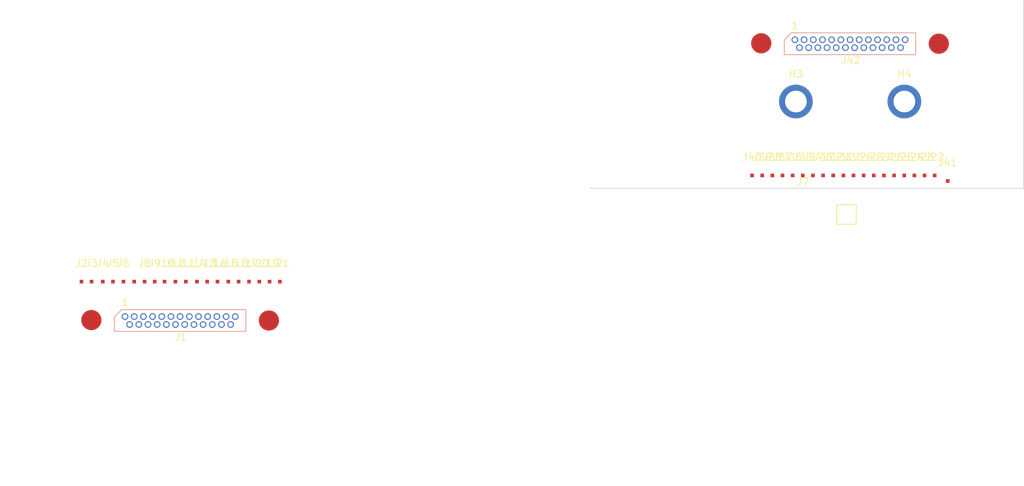
<source format=kicad_pcb>
(kicad_pcb (version 20221018) (generator pcbnew)
  (layers (0 "F.Cu" signal) (1 "In1.Cu" signal) (2 "In2.Cu" signal) (31 "B.Cu" signal) (34 "B.Paste" user) (35 "F.Paste" user) (36 "B.SilkS" user "B.Silkscreen") (37 "F.SilkS" user "F.Silkscreen") (38 "B.Mask" user) (39 "F.Mask" user) (44 "Edge.Cuts" user))
  (net 0 "")
  (net 6 "Net-(J2-Pin_1)")
  (net 7 "Net-(J4-Pin_1)")
  (net 8 "Net-(J6-Pin_1)")
  (net 9 "Net-(J8-Pin_1)")
  (net 10 "Net-(J10-Pin_1)")
  (net 11 "Net-(J12-Pin_1)")
  (net 12 "Net-(J14-Pin_1)")
  (net 13 "Net-(J16-Pin_1)")
  (net 14 "Net-(J18-Pin_1)")
  (net 15 "Net-(J20-Pin_1)")
  (net 16 "Net-(J1-P14)")
  (net 17 "Net-(J1-P15)")
  (net 18 "Net-(J1-P16)")
  (net 19 "Net-(J1-P17)")
  (net 20 "Net-(J1-P18)")
  (net 21 "Net-(J1-P19)")
  (net 22 "Net-(J1-P20)")
  (net 23 "Net-(J1-P21)")
  (net 24 "Net-(J1-P22)")
  (net 25 "Net-(J1-P23)")
  (net 26 "Net-(J22-Pin_1)")
  (net 27 "Net-(J23-Pin_1)")
  (net 28 "Net-(J24-Pin_1)")
  (net 29 "Net-(J25-Pin_1)")
  (net 30 "Net-(J26-Pin_1)")
  (net 31 "Net-(J27-Pin_1)")
  (net 32 "Net-(J28-Pin_1)")
  (net 33 "Net-(J29-Pin_1)")
  (net 34 "Net-(J30-Pin_1)")
  (net 35 "Net-(J31-Pin_1)")
  (net 36 "Net-(J32-Pin_1)")
  (net 37 "Net-(J33-Pin_1)")
  (net 38 "Net-(J34-Pin_1)")
  (net 39 "Net-(J35-Pin_1)")
  (net 40 "Net-(J36-Pin_1)")
  (net 41 "Net-(J37-Pin_1)")
  (net 42 "Net-(J38-Pin_1)")
  (net 43 "Net-(J39-Pin_1)")
  (net 44 "Net-(J40-Pin_1)")
  (net 45 "Net-(J41-Pin_1)")
  (net 51 "GND")
  (footprint "0_footprint_Library:SolderWirePad_1x01_SMD_0.5x0.5mm" (layer "F.Cu") (at -68.11 28.93)
    (fp_text reference "J17" (at 0 -2.54) (layer "F.SilkS"))
    (fp_text value "Conn_01x01_Socket")
    (pad "1" smd rect (at 0 0) (size 0.5 0.5) (layers "F.Cu" "F.Paste" "F.Mask") (net 23 "Net-(J1-P21)"))
  )
  (footprint "0_footprint_Library:SolderWirePad_1x01_SMD_0.5x0.5mm" (layer "F.Cu") (at 11.258417 14.23)
    (fp_text reference "J33" (at 0 -2.54) (layer "F.SilkS"))
    (fp_text value "Conn_01x01_Socket")
    (pad "1" smd rect (at 0 0) (size 0.5 0.5) (layers "F.Cu" "F.Paste" "F.Mask") (net 37 "Net-(J33-Pin_1)"))
  )
  (footprint "0_footprint_Library:SolderWirePad_1x01_SMD_0.5x0.5mm" (layer "F.Cu") (at 12.661048 14.23)
    (fp_text reference "J32" (at 0 -2.54) (layer "F.SilkS"))
    (fp_text value "Conn_01x01_Socket")
    (pad "1" smd rect (at 0 0) (size 0.5 0.5) (layers "F.Cu" "F.Paste" "F.Mask") (net 36 "Net-(J32-Pin_1)"))
  )
  (footprint "0_footprint_Library:SolderWirePad_1x01_SMD_0.5x0.5mm" (layer "F.Cu") (at -78.29 28.93)
    (fp_text reference "J12" (at 0 -2.54) (layer "F.SilkS"))
    (fp_text value "Conn_01x01_Socket")
    (pad "1" smd rect (at 0 0) (size 0.5 0.5) (layers "F.Cu" "F.Paste" "F.Mask") (net 11 "Net-(J12-Pin_1)"))
  )
  (footprint "0_footprint_Library:SolderWirePad_1x01_SMD_0.5x0.5mm" (layer "F.Cu") (at -85.47 28.93)
    (fp_text reference "J6" (at 0 -2.54) (layer "F.SilkS"))
    (fp_text value "Conn_01x01_Socket")
    (pad "1" smd rect (at 0 0) (size 0.5 0.5) (layers "F.Cu" "F.Paste" "F.Mask") (net 8 "Net-(J6-Pin_1)"))
  )
  (footprint "0_footprint_Library:SolderWirePad_1x01_SMD_0.5x0.5mm" (layer "F.Cu") (at 19.674203 14.23)
    (fp_text reference "J27" (at 0 -2.54) (layer "F.SilkS"))
    (fp_text value "Conn_01x01_Socket")
    (pad "1" smd rect (at 0 0) (size 0.5 0.5) (layers "F.Cu" "F.Paste" "F.Mask") (net 31 "Net-(J27-Pin_1)"))
  )
  (footprint "0_footprint_Library:SolderWirePad_1x01_SMD_0.5x0.5mm" (layer "F.Cu") (at -72.47 28.93)
    (fp_text reference "J16" (at 0 -2.54) (layer "F.SilkS"))
    (fp_text value "Conn_01x01_Socket")
    (pad "1" smd rect (at 0 0) (size 0.5 0.5) (layers "F.Cu" "F.Paste" "F.Mask") (net 13 "Net-(J16-Pin_1)"))
  )
  (footprint "0_footprint_Library:SolderWirePad_1x01_SMD_0.5x0.5mm" (layer "F.Cu") (at 26.687358 14.23)
    (fp_text reference "J22" (at 0 -2.54) (layer "F.SilkS"))
    (fp_text value "Conn_01x01_Socket")
    (pad "1" smd rect (at 0 0) (size 0.5 0.5) (layers "F.Cu" "F.Paste" "F.Mask") (net 26 "Net-(J22-Pin_1)"))
  )
  (footprint "0_footprint_Library:SolderWirePad_1x01_SMD_0.5x0.5mm" (layer "F.Cu") (at -82.55 28.93)
    (fp_text reference "J8" (at 0 -2.54) (layer "F.SilkS"))
    (fp_text value "Conn_01x01_Socket")
    (pad "1" smd rect (at 0 0) (size 0.5 0.5) (layers "F.Cu" "F.Paste" "F.Mask") (net 9 "Net-(J8-Pin_1)"))
  )
  (footprint "0_footprint_Library:SolderWirePad_1x01_SMD_0.5x0.5mm" (layer "F.Cu") (at 7.050524 14.23)
    (fp_text reference "J36" (at 0 -2.54) (layer "F.SilkS"))
    (fp_text value "Conn_01x01_Socket")
    (pad "1" smd rect (at 0 0) (size 0.5 0.5) (layers "F.Cu" "F.Paste" "F.Mask") (net 40 "Net-(J36-Pin_1)"))
  )
  (footprint "0_footprint_Library:MountingHole_3mm_4-40_DIN965_Pad" (layer "F.Cu") (at 7.5 4)
    (fp_text reference "H3" (at 0 -3.8) (layer "F.SilkS"))
    (fp_text value "MountingHole_Pad")
    (pad "1" thru_hole circle (at 0 0) (size 4.65 4.65) (drill 3) (layers "*.Cu" "*.Mask") (net 51 "GND"))
  )
  (footprint "0_footprint_Library:SolderWirePad_1x01_SMD_0.5x0.5mm" (layer "F.Cu") (at 21.076834 14.23)
    (fp_text reference "J26" (at 0 -2.54) (layer "F.SilkS"))
    (fp_text value "Conn_01x01_Socket")
    (pad "1" smd rect (at 0 0) (size 0.5 0.5) (layers "F.Cu" "F.Paste" "F.Mask") (net 30 "Net-(J26-Pin_1)"))
  )
  (footprint "0_footprint_Library:SolderWirePad_1x01_SMD_0.5x0.5mm" (layer "F.Cu") (at 28.5 15)
    (fp_text reference "J41" (at 0 -2.54) (layer "F.SilkS"))
    (fp_text value "Conn_01x01_Socket")
    (pad "1" smd rect (at 0 0) (size 0.5 0.5) (layers "F.Cu" "F.Paste" "F.Mask") (net 45 "Net-(J41-Pin_1)"))
  )
  (footprint "0_footprint_Library:SolderWirePad_1x01_SMD_0.5x0.5mm" (layer "F.Cu") (at -83.99 28.93)
    (fp_text reference "J7" (at 92.46 -13.81) (layer "F.SilkS"))
    (fp_text value "Conn_01x01_Socket")
    (pad "1" smd rect (at 0 0) (size 0.5 0.5) (layers "F.Cu" "F.Paste" "F.Mask") (net 18 "Net-(J1-P16)"))
  )
  (footprint "0_footprint_Library:SolderWirePad_1x01_SMD_0.5x0.5mm" (layer "F.Cu") (at 5.647893 14.23)
    (fp_text reference "J37" (at 0 -2.54) (layer "F.SilkS"))
    (fp_text value "Conn_01x01_Socket")
    (pad "1" smd rect (at 0 0) (size 0.5 0.5) (layers "F.Cu" "F.Paste" "F.Mask") (net 41 "Net-(J37-Pin_1)"))
  )
  (footprint "0_footprint_Library:Norcomp-380-025-113L001-microd_Updated" (layer "F.Cu") (at 14.986 -4)
    (fp_text reference "J42" (at 0.1 2.3) (layer "F.SilkS"))
    (fp_text value "DB25_Plug")
    (fp_text user "1" (at -7.62 -2.54) (layer "F.SilkS"))
    (fp_line (start -9.08 -0.51) (end -9.08 1.51) (stroke (width 0.15)) (layer "B.SilkS"))
    (fp_line (start -9.08 1.51) (end 9.08 1.51) (stroke (width 0.15)) (layer "B.SilkS"))
    (fp_line (start -8.08 -1.51) (end -9.08 -0.51) (stroke (width 0.15)) (layer "B.SilkS"))
    (fp_line (start 9.08 -1.51) (end -8.08 -1.51) (stroke (width 0.15)) (layer "B.SilkS"))
    (fp_line (start 9.08 1.51) (end 9.08 -1.51) (stroke (width 0.15)) (layer "B.SilkS"))
    (pad "1" thru_hole oval (at -7.62 -0.55) (size 0.92 0.92) (drill 0.61) (layers "*.Cu" "*.Mask") (net 44 "Net-(J40-Pin_1)"))
    (pad "2" thru_hole oval (at -6.35 -0.55) (size 0.92 0.92) (drill 0.61) (layers "*.Cu" "*.Mask") (net 42 "Net-(J38-Pin_1)"))
    (pad "3" thru_hole oval (at -5.08 -0.55) (size 0.92 0.92) (drill 0.61) (layers "*.Cu" "*.Mask") (net 40 "Net-(J36-Pin_1)"))
    (pad "4" thru_hole oval (at -3.81 -0.55) (size 0.92 0.92) (drill 0.61) (layers "*.Cu" "*.Mask") (net 38 "Net-(J34-Pin_1)"))
    (pad "5" thru_hole oval (at -2.54 -0.55) (size 0.92 0.92) (drill 0.61) (layers "*.Cu" "*.Mask") (net 36 "Net-(J32-Pin_1)"))
    (pad "6" thru_hole oval (at -1.27 -0.55) (size 0.92 0.92) (drill 0.61) (layers "*.Cu" "*.Mask") (net 34 "Net-(J30-Pin_1)"))
    (pad "7" thru_hole oval (at 0 -0.55) (size 0.92 0.92) (drill 0.61) (layers "*.Cu" "*.Mask") (net 32 "Net-(J28-Pin_1)"))
    (pad "8" thru_hole oval (at 1.27 -0.55) (size 0.92 0.92) (drill 0.61) (layers "*.Cu" "*.Mask") (net 30 "Net-(J26-Pin_1)"))
    (pad "9" thru_hole oval (at 2.54 -0.55) (size 0.92 0.92) (drill 0.61) (layers "*.Cu" "*.Mask") (net 28 "Net-(J24-Pin_1)"))
    (pad "10" thru_hole oval (at 3.81 -0.55) (size 0.92 0.92) (drill 0.61) (layers "*.Cu" "*.Mask") (net 26 "Net-(J22-Pin_1)"))
    (pad "11" thru_hole oval (at 5.08 -0.55) (size 0.92 0.92) (drill 0.61) (layers "*.Cu" "*.Mask"))
    (pad "12" thru_hole oval (at 6.35 -0.55) (size 0.92 0.92) (drill 0.61) (layers "*.Cu" "*.Mask"))
    (pad "13" thru_hole oval (at 7.62 -0.55) (size 0.92 0.92) (drill 0.61) (layers "*.Cu" "*.Mask"))
    (pad "14" thru_hole oval (at -6.985 0.55) (size 0.92 0.92) (drill 0.61) (layers "*.Cu" "*.Mask") (net 43 "Net-(J39-Pin_1)"))
    (pad "15" thru_hole oval (at -5.715 0.55) (size 0.92 0.92) (drill 0.61) (layers "*.Cu" "*.Mask") (net 41 "Net-(J37-Pin_1)"))
    (pad "16" thru_hole oval (at -4.445 0.55) (size 0.92 0.92) (drill 0.61) (layers "*.Cu" "*.Mask") (net 39 "Net-(J35-Pin_1)"))
    (pad "17" thru_hole oval (at -3.175 0.55) (size 0.92 0.92) (drill 0.61) (layers "*.Cu" "*.Mask") (net 37 "Net-(J33-Pin_1)"))
    (pad "18" thru_hole oval (at -1.905 0.55) (size 0.92 0.92) (drill 0.61) (layers "*.Cu" "*.Mask") (net 35 "Net-(J31-Pin_1)"))
    (pad "19" thru_hole oval (at -0.635 0.55) (size 0.92 0.92) (drill 0.61) (layers "*.Cu" "*.Mask") (net 33 "Net-(J29-Pin_1)"))
    (pad "20" thru_hole oval (at 0.635 0.55) (size 0.92 0.92) (drill 0.61) (layers "*.Cu" "*.Mask") (net 31 "Net-(J27-Pin_1)"))
    (pad "21" thru_hole oval (at 1.905 0.55) (size 0.92 0.92) (drill 0.61) (layers "*.Cu" "*.Mask") (net 29 "Net-(J25-Pin_1)"))
    (pad "22" thru_hole oval (at 3.175 0.55) (size 0.92 0.92) (drill 0.61) (layers "*.Cu" "*.Mask") (net 27 "Net-(J23-Pin_1)"))
    (pad "23" thru_hole oval (at 4.445 0.55) (size 0.92 0.92) (drill 0.61) (layers "*.Cu" "*.Mask") (net 45 "Net-(J41-Pin_1)"))
    (pad "24" thru_hole oval (at 5.715 0.55) (size 0.92 0.92) (drill 0.61) (layers "*.Cu" "*.Mask"))
    (pad "25" thru_hole oval (at 6.985 0.55) (size 0.92 0.92) (drill 0.61) (layers "*.Cu" "*.Mask"))
    (pad "GND" smd circle (at -12.275 -0.06) (size 2.8 2.8) (layers "F.Cu" "F.Paste" "F.Mask"))
    (pad "GND" smd circle (at 12.275 0) (size 2.8 2.8) (layers "F.Cu" "F.Paste" "F.Mask"))
  )
  (footprint "0_footprint_Library:SolderWirePad_1x01_SMD_0.5x0.5mm" (layer "F.Cu") (at -65.27 28.93)
    (fp_text reference "J19" (at 0 -2.54) (layer "F.SilkS"))
    (fp_text value "Conn_01x01_Socket")
    (pad "1" smd rect (at 0 0) (size 0.5 0.5) (layers "F.Cu" "F.Paste" "F.Mask") (net 24 "Net-(J1-P22)"))
  )
  (footprint "0_footprint_Library:SolderWirePad_1x01_SMD_0.5x0.5mm" (layer "F.Cu") (at -63.84 28.93)
    (fp_text reference "J21" (at 0 -2.54) (layer "F.SilkS"))
    (fp_text value "Conn_01x01_Socket")
    (pad "1" smd rect (at 0 0) (size 0.5 0.5) (layers "F.Cu" "F.Paste" "F.Mask") (net 25 "Net-(J1-P23)"))
  )
  (footprint "0_footprint_Library:Norcomp-380-025-113L001-microd_Updated" (layer "F.Cu") (at -77.635 34.31)
    (fp_text reference "J1" (at 0.1 2.3) (layer "F.SilkS"))
    (fp_text value "DB25_Plug")
    (fp_text user "1" (at -7.62 -2.54) (layer "F.SilkS"))
    (fp_line (start -9.08 -0.51) (end -9.08 1.51) (stroke (width 0.15)) (layer "B.SilkS"))
    (fp_line (start -9.08 1.51) (end 9.08 1.51) (stroke (width 0.15)) (layer "B.SilkS"))
    (fp_line (start -8.08 -1.51) (end -9.08 -0.51) (stroke (width 0.15)) (layer "B.SilkS"))
    (fp_line (start 9.08 -1.51) (end -8.08 -1.51) (stroke (width 0.15)) (layer "B.SilkS"))
    (fp_line (start 9.08 1.51) (end 9.08 -1.51) (stroke (width 0.15)) (layer "B.SilkS"))
    (pad "1" thru_hole oval (at -7.62 -0.55) (size 0.92 0.92) (drill 0.61) (layers "*.Cu" "*.Mask") (net 6 "Net-(J2-Pin_1)"))
    (pad "2" thru_hole oval (at -6.35 -0.55) (size 0.92 0.92) (drill 0.61) (layers "*.Cu" "*.Mask") (net 7 "Net-(J4-Pin_1)"))
    (pad "3" thru_hole oval (at -5.08 -0.55) (size 0.92 0.92) (drill 0.61) (layers "*.Cu" "*.Mask") (net 8 "Net-(J6-Pin_1)"))
    (pad "4" thru_hole oval (at -3.81 -0.55) (size 0.92 0.92) (drill 0.61) (layers "*.Cu" "*.Mask") (net 9 "Net-(J8-Pin_1)"))
    (pad "5" thru_hole oval (at -2.54 -0.55) (size 0.92 0.92) (drill 0.61) (layers "*.Cu" "*.Mask") (net 10 "Net-(J10-Pin_1)"))
    (pad "6" thru_hole oval (at -1.27 -0.55) (size 0.92 0.92) (drill 0.61) (layers "*.Cu" "*.Mask") (net 11 "Net-(J12-Pin_1)"))
    (pad "7" thru_hole oval (at 0 -0.55) (size 0.92 0.92) (drill 0.61) (layers "*.Cu" "*.Mask") (net 12 "Net-(J14-Pin_1)"))
    (pad "8" thru_hole oval (at 1.27 -0.55) (size 0.92 0.92) (drill 0.61) (layers "*.Cu" "*.Mask") (net 13 "Net-(J16-Pin_1)"))
    (pad "9" thru_hole oval (at 2.54 -0.55) (size 0.92 0.92) (drill 0.61) (layers "*.Cu" "*.Mask") (net 14 "Net-(J18-Pin_1)"))
    (pad "10" thru_hole oval (at 3.81 -0.55) (size 0.92 0.92) (drill 0.61) (layers "*.Cu" "*.Mask") (net 15 "Net-(J20-Pin_1)"))
    (pad "11" thru_hole oval (at 5.08 -0.55) (size 0.92 0.92) (drill 0.61) (layers "*.Cu" "*.Mask"))
    (pad "12" thru_hole oval (at 6.35 -0.55) (size 0.92 0.92) (drill 0.61) (layers "*.Cu" "*.Mask"))
    (pad "13" thru_hole oval (at 7.62 -0.55) (size 0.92 0.92) (drill 0.61) (layers "*.Cu" "*.Mask"))
    (pad "14" thru_hole oval (at -6.985 0.55) (size 0.92 0.92) (drill 0.61) (layers "*.Cu" "*.Mask") (net 16 "Net-(J1-P14)"))
    (pad "15" thru_hole oval (at -5.715 0.55) (size 0.92 0.92) (drill 0.61) (layers "*.Cu" "*.Mask") (net 17 "Net-(J1-P15)"))
    (pad "16" thru_hole oval (at -4.445 0.55) (size 0.92 0.92) (drill 0.61) (layers "*.Cu" "*.Mask") (net 18 "Net-(J1-P16)"))
    (pad "17" thru_hole oval (at -3.175 0.55) (size 0.92 0.92) (drill 0.61) (layers "*.Cu" "*.Mask") (net 19 "Net-(J1-P17)"))
    (pad "18" thru_hole oval (at -1.905 0.55) (size 0.92 0.92) (drill 0.61) (layers "*.Cu" "*.Mask") (net 20 "Net-(J1-P18)"))
    (pad "19" thru_hole oval (at -0.635 0.55) (size 0.92 0.92) (drill 0.61) (layers "*.Cu" "*.Mask") (net 21 "Net-(J1-P19)"))
    (pad "20" thru_hole oval (at 0.635 0.55) (size 0.92 0.92) (drill 0.61) (layers "*.Cu" "*.Mask") (net 22 "Net-(J1-P20)"))
    (pad "21" thru_hole oval (at 1.905 0.55) (size 0.92 0.92) (drill 0.61) (layers "*.Cu" "*.Mask") (net 23 "Net-(J1-P21)"))
    (pad "22" thru_hole oval (at 3.175 0.55) (size 0.92 0.92) (drill 0.61) (layers "*.Cu" "*.Mask") (net 24 "Net-(J1-P22)"))
    (pad "23" thru_hole oval (at 4.445 0.55) (size 0.92 0.92) (drill 0.61) (layers "*.Cu" "*.Mask") (net 25 "Net-(J1-P23)"))
    (pad "24" thru_hole oval (at 5.715 0.55) (size 0.92 0.92) (drill 0.61) (layers "*.Cu" "*.Mask"))
    (pad "25" thru_hole oval (at 6.985 0.55) (size 0.92 0.92) (drill 0.61) (layers "*.Cu" "*.Mask"))
    (pad "GND" smd circle (at -12.275 -0.06) (size 2.8 2.8) (layers "F.Cu" "F.Paste" "F.Mask"))
    (pad "GND" smd circle (at 12.275 0) (size 2.8 2.8) (layers "F.Cu" "F.Paste" "F.Mask"))
  )
  (footprint "0_footprint_Library:SolderWirePad_1x01_SMD_0.5x0.5mm" (layer "F.Cu") (at -73.9 28.93)
    (fp_text reference "J13" (at 0 -2.54) (layer "F.SilkS"))
    (fp_text value "Conn_01x01_Socket")
    (pad "1" smd rect (at 0 0) (size 0.5 0.5) (layers "F.Cu" "F.Paste" "F.Mask") (net 21 "Net-(J1-P19)"))
  )
  (footprint "0_footprint_Library:SolderWirePad_1x01_SMD_0.5x0.5mm" (layer "F.Cu") (at -79.79 28.93)
    (fp_text reference "J10" (at 0 -2.54) (layer "F.SilkS"))
    (fp_text value "Conn_01x01_Socket")
    (pad "1" smd rect (at 0 0) (size 0.5 0.5) (layers "F.Cu" "F.Paste" "F.Mask") (net 10 "Net-(J10-Pin_1)"))
  )
  (footprint "0_footprint_Library:SolderWirePad_1x01_SMD_0.5x0.5mm" (layer "F.Cu") (at -91.27 28.93)
    (fp_text reference "J2" (at 0 -2.54) (layer "F.SilkS"))
    (fp_text value "Conn_01x01_Socket")
    (pad "1" smd rect (at 0 0) (size 0.5 0.5) (layers "F.Cu" "F.Paste" "F.Mask") (net 6 "Net-(J2-Pin_1)"))
  )
  (footprint "0_footprint_Library:SolderWirePad_1x01_SMD_0.5x0.5mm" (layer "F.Cu") (at 9.855786 14.23)
    (fp_text reference "J34" (at 0 -2.54) (layer "F.SilkS"))
    (fp_text value "Conn_01x01_Socket")
    (pad "1" smd rect (at 0 0) (size 0.5 0.5) (layers "F.Cu" "F.Paste" "F.Mask") (net 38 "Net-(J34-Pin_1)"))
  )
  (footprint "0_footprint_Library:SolderWirePad_1x01_SMD_0.5x0.5mm" (layer "F.Cu") (at 1.44 14.23)
    (fp_text reference "J40" (at 0 -2.54) (layer "F.SilkS"))
    (fp_text value "Conn_01x01_Socket")
    (pad "1" smd rect (at 0 0) (size 0.5 0.5) (layers "F.Cu" "F.Paste" "F.Mask") (net 44 "Net-(J40-Pin_1)"))
  )
  (footprint "0_footprint_Library:SolderWirePad_1x01_SMD_0.5x0.5mm" (layer "F.Cu") (at 8.453155 14.23)
    (fp_text reference "J35" (at 0 -2.54) (layer "F.SilkS"))
    (fp_text value "Conn_01x01_Socket")
    (pad "1" smd rect (at 0 0) (size 0.5 0.5) (layers "F.Cu" "F.Paste" "F.Mask") (net 39 "Net-(J35-Pin_1)"))
  )
  (footprint "0_footprint_Library:SolderWirePad_1x01_SMD_0.5x0.5mm" (layer "F.Cu") (at 2.842631 14.23)
    (fp_text reference "J39" (at 0 -2.54) (layer "F.SilkS"))
    (fp_text value "Conn_01x01_Socket")
    (pad "1" smd rect (at 0 0) (size 0.5 0.5) (layers "F.Cu" "F.Paste" "F.Mask") (net 43 "Net-(J39-Pin_1)"))
  )
  (footprint "0_footprint_Library:SolderWirePad_1x01_SMD_0.5x0.5mm" (layer "F.Cu") (at 14.063679 14.23)
    (fp_text reference "J31" (at 0 -2.54) (layer "F.SilkS"))
    (fp_text value "Conn_01x01_Socket")
    (pad "1" smd rect (at 0 0) (size 0.5 0.5) (layers "F.Cu" "F.Paste" "F.Mask") (net 35 "Net-(J31-Pin_1)"))
  )
  (footprint "0_footprint_Library:SolderWirePad_1x01_SMD_0.5x0.5mm" (layer "F.Cu") (at 25.284727 14.23)
    (fp_text reference "J23" (at 0 -2.54) (layer "F.SilkS"))
    (fp_text value "Conn_01x01_Socket")
    (pad "1" smd rect (at 0 0) (size 0.5 0.5) (layers "F.Cu" "F.Paste" "F.Mask") (net 27 "Net-(J23-Pin_1)"))
  )
  (footprint "0_footprint_Library:SolderWirePad_1x01_SMD_0.5x0.5mm" (layer "F.Cu") (at 16.868941 14.23)
    (fp_text reference "J29" (at 0 -2.54) (layer "F.SilkS"))
    (fp_text value "Conn_01x01_Socket")
    (pad "1" smd rect (at 0 0) (size 0.5 0.5) (layers "F.Cu" "F.Paste" "F.Mask") (net 33 "Net-(J29-Pin_1)"))
  )
  (footprint "0_footprint_Library:SolderWirePad_1x01_SMD_0.5x0.5mm" (layer "F.Cu") (at -86.92 28.93)
    (fp_text reference "J5" (at 0 -2.54) (layer "F.SilkS"))
    (fp_text value "Conn_01x01_Socket")
    (pad "1" smd rect (at 0 0) (size 0.5 0.5) (layers "F.Cu" "F.Paste" "F.Mask") (net 17 "Net-(J1-P15)"))
  )
  (footprint "0_footprint_Library:SolderWirePad_1x01_SMD_0.5x0.5mm" (layer "F.Cu") (at -81.15 28.93)
    (fp_text reference "J9" (at 0 -2.54) (layer "F.SilkS"))
    (fp_text value "Conn_01x01_Socket")
    (pad "1" smd rect (at 0 0) (size 0.5 0.5) (layers "F.Cu" "F.Paste" "F.Mask") (net 19 "Net-(J1-P17)"))
  )
  (footprint "0_footprint_Library:SolderWirePad_1x01_SMD_0.5x0.5mm" (layer "F.Cu") (at -69.55 28.93)
    (fp_text reference "J18" (at 0 -2.54) (layer "F.SilkS"))
    (fp_text value "Conn_01x01_Socket")
    (pad "1" smd rect (at 0 0) (size 0.5 0.5) (layers "F.Cu" "F.Paste" "F.Mask") (net 14 "Net-(J18-Pin_1)"))
  )
  (footprint "0_footprint_Library:SolderWirePad_1x01_SMD_0.5x0.5mm" (layer "F.Cu") (at -76.84 28.93)
    (fp_text reference "J11" (at 0 -2.54) (layer "F.SilkS"))
    (fp_text value "Conn_01x01_Socket")
    (pad "1" smd rect (at 0 0) (size 0.5 0.5) (layers "F.Cu" "F.Paste" "F.Mask") (net 20 "Net-(J1-P18)"))
  )
  (footprint "0_footprint_Library:SolderWirePad_1x01_SMD_0.5x0.5mm" (layer "F.Cu") (at -89.88 28.93)
    (fp_text reference "J3" (at 0 -2.54) (layer "F.SilkS"))
    (fp_text value "Conn_01x01_Socket")
    (pad "1" smd rect (at 0 0) (size 0.5 0.5) (layers "F.Cu" "F.Paste" "F.Mask") (net 16 "Net-(J1-P14)"))
  )
  (footprint "0_footprint_Library:SolderWirePad_1x01_SMD_0.5x0.5mm" (layer "F.Cu") (at 22.479465 14.23)
    (fp_text reference "J25" (at 0 -2.54) (layer "F.SilkS"))
    (fp_text value "Conn_01x01_Socket")
    (pad "1" smd rect (at 0 0) (size 0.5 0.5) (layers "F.Cu" "F.Paste" "F.Mask") (net 29 "Net-(J25-Pin_1)"))
  )
  (footprint "0_footprint_Library:SolderWirePad_1x01_SMD_0.5x0.5mm" (layer "F.Cu") (at -70.97 28.93)
    (fp_text reference "J15" (at 0 -2.54) (layer "F.SilkS"))
    (fp_text value "Conn_01x01_Socket")
    (pad "1" smd rect (at 0 0) (size 0.5 0.5) (layers "F.Cu" "F.Paste" "F.Mask") (net 22 "Net-(J1-P20)"))
  )
  (footprint "0_footprint_Library:SolderWirePad_1x01_SMD_0.5x0.5mm" (layer "F.Cu") (at 18.271572 14.23)
    (fp_text reference "J28" (at 0 -2.54) (layer "F.SilkS"))
    (fp_text value "Conn_01x01_Socket")
    (pad "1" smd rect (at 0 0) (size 0.5 0.5) (layers "F.Cu" "F.Paste" "F.Mask") (net 32 "Net-(J28-Pin_1)"))
  )
  (footprint "0_footprint_Library:SolderWirePad_1x01_SMD_0.5x0.5mm" (layer "F.Cu") (at -88.33 28.93)
    (fp_text reference "J4" (at 0 -2.54) (layer "F.SilkS"))
    (fp_text value "Conn_01x01_Socket")
    (pad "1" smd rect (at 0 0) (size 0.5 0.5) (layers "F.Cu" "F.Paste" "F.Mask") (net 7 "Net-(J4-Pin_1)"))
  )
  (footprint "0_footprint_Library:SolderWirePad_1x01_SMD_0.5x0.5mm" (layer "F.Cu") (at 23.882096 14.23)
    (fp_text reference "J24" (at 0 -2.54) (layer "F.SilkS"))
    (fp_text value "Conn_01x01_Socket")
    (pad "1" smd rect (at 0 0) (size 0.5 0.5) (layers "F.Cu" "F.Paste" "F.Mask") (net 28 "Net-(J24-Pin_1)"))
  )
  (footprint "0_footprint_Library:SolderWirePad_1x01_SMD_0.5x0.5mm" (layer "F.Cu") (at 15.46631 14.23)
    (fp_text reference "J30" (at 0 -2.54) (layer "F.SilkS"))
    (fp_text value "Conn_01x01_Socket")
    (pad "1" smd rect (at 0 0) (size 0.5 0.5) (layers "F.Cu" "F.Paste" "F.Mask") (net 34 "Net-(J30-Pin_1)"))
  )
  (footprint "0_footprint_Library:SolderWirePad_1x01_SMD_0.5x0.5mm" (layer "F.Cu") (at -75.31 28.93)
    (fp_text reference "J14" (at 0 -2.54) (layer "F.SilkS"))
    (fp_text value "Conn_01x01_Socket")
    (pad "1" smd rect (at 0 0) (size 0.5 0.5) (layers "F.Cu" "F.Paste" "F.Mask") (net 12 "Net-(J14-Pin_1)"))
  )
  (footprint "0_footprint_Library:MountingHole_3mm_4-40_DIN965_Pad" (layer "F.Cu") (at 22.5 4)
    (fp_text reference "H4" (at 0 -3.8) (layer "F.SilkS"))
    (fp_text value "MountingHole_Pad")
    (pad "1" thru_hole circle (at 0 0) (size 4.65 4.65) (drill 3) (layers "*.Cu" "*.Mask") (net 51 "GND"))
  )
  (footprint "0_footprint_Library:SolderWirePad_1x01_SMD_0.5x0.5mm" (layer "F.Cu") (at -66.69 28.93)
    (fp_text reference "J20" (at 0 -2.54) (layer "F.SilkS"))
    (fp_text value "Conn_01x01_Socket")
    (pad "1" smd rect (at 0 0) (size 0.5 0.5) (layers "F.Cu" "F.Paste" "F.Mask") (net 15 "Net-(J20-Pin_1)"))
  )
  (footprint "0_footprint_Library:SolderWirePad_1x01_SMD_0.5x0.5mm" (layer "F.Cu") (at 4.245262 14.23)
    (fp_text reference "J38" (at 0 -2.54) (layer "F.SilkS"))
    (fp_text value "Conn_01x01_Socket")
    (pad "1" smd rect (at 0 0) (size 0.5 0.5) (layers "F.Cu" "F.Paste" "F.Mask") (net 42 "Net-(J38-Pin_1)"))
  )
  (gr_rect (start 13.15 18.3) (end 15.85 21) (stroke (width 0.15)) (fill none) (layer "F.SilkS"))
  (gr_line (start 39 16) (end 39 -10) (stroke (width 0.1)) (layer "Edge.Cuts"))
  (gr_line (start -21 16) (end 39 16) (stroke (width 0.1)) (layer "Edge.Cuts"))
)
</source>
